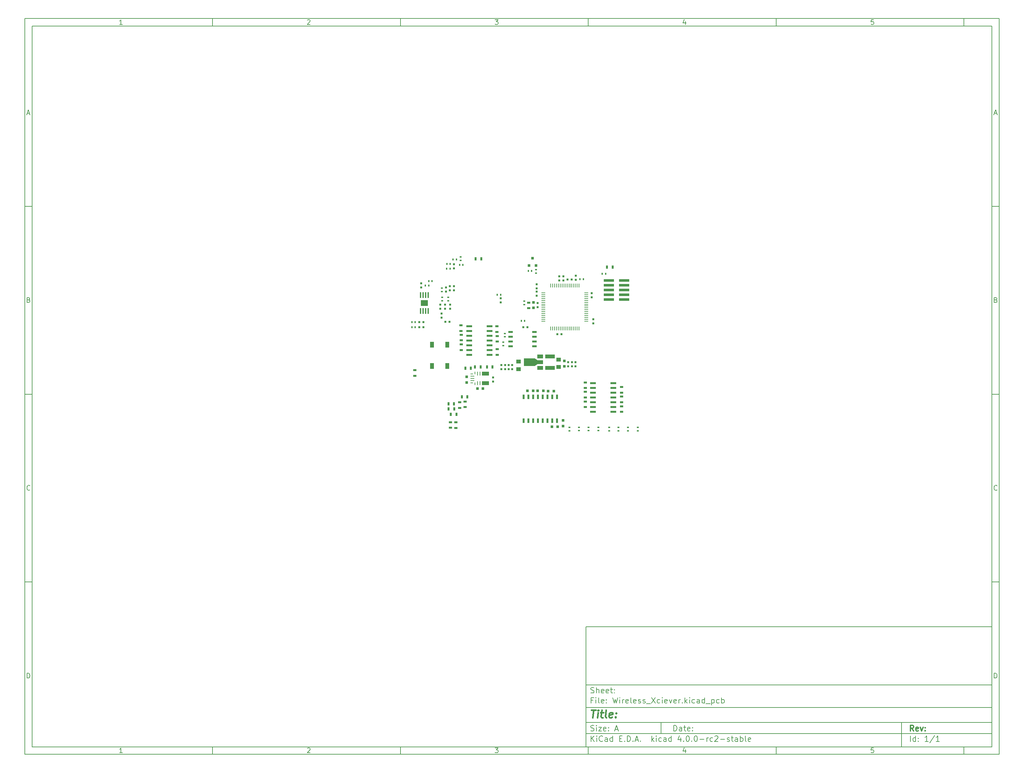
<source format=gbr>
G04 #@! TF.FileFunction,Paste,Top*
%FSLAX46Y46*%
G04 Gerber Fmt 4.6, Leading zero omitted, Abs format (unit mm)*
G04 Created by KiCad (PCBNEW 4.0.0-rc2-stable) date 1/25/2016 6:21:02 PM*
%MOMM*%
G01*
G04 APERTURE LIST*
%ADD10C,0.100000*%
%ADD11C,0.150000*%
%ADD12C,0.300000*%
%ADD13C,0.400000*%
%ADD14R,0.900000X0.500000*%
%ADD15R,0.750000X0.800000*%
%ADD16R,0.500000X0.900000*%
%ADD17R,0.800000X0.200000*%
%ADD18R,1.100000X0.200000*%
%ADD19R,0.250000X1.100000*%
%ADD20R,0.250000X0.800000*%
%ADD21R,0.250000X0.700000*%
%ADD22R,1.950000X1.100000*%
%ADD23R,0.508000X1.143000*%
%ADD24R,1.500000X0.600000*%
%ADD25R,0.800000X0.750000*%
%ADD26R,2.790000X0.740000*%
%ADD27R,0.800100X0.800100*%
%ADD28R,1.000000X0.250000*%
%ADD29R,0.250000X1.000000*%
%ADD30R,2.500000X1.000000*%
%ADD31R,1.501140X1.000760*%
%ADD32R,2.999740X1.998980*%
%ADD33R,0.500000X0.600000*%
%ADD34R,1.250000X1.000000*%
%ADD35R,0.600000X0.500000*%
%ADD36R,0.400000X0.600000*%
%ADD37R,0.600000X0.400000*%
%ADD38R,1.100000X1.500000*%
%ADD39R,1.143000X0.508000*%
%ADD40R,0.350000X1.550000*%
%ADD41R,1.890000X1.570000*%
G04 APERTURE END LIST*
D10*
D11*
X159400000Y-171900000D02*
X159400000Y-203900000D01*
X267400000Y-203900000D01*
X267400000Y-171900000D01*
X159400000Y-171900000D01*
D10*
D11*
X10000000Y-10000000D02*
X10000000Y-205900000D01*
X269400000Y-205900000D01*
X269400000Y-10000000D01*
X10000000Y-10000000D01*
D10*
D11*
X12000000Y-12000000D02*
X12000000Y-203900000D01*
X267400000Y-203900000D01*
X267400000Y-12000000D01*
X12000000Y-12000000D01*
D10*
D11*
X60000000Y-12000000D02*
X60000000Y-10000000D01*
D10*
D11*
X110000000Y-12000000D02*
X110000000Y-10000000D01*
D10*
D11*
X160000000Y-12000000D02*
X160000000Y-10000000D01*
D10*
D11*
X210000000Y-12000000D02*
X210000000Y-10000000D01*
D10*
D11*
X260000000Y-12000000D02*
X260000000Y-10000000D01*
D10*
D11*
X35990476Y-11588095D02*
X35247619Y-11588095D01*
X35619048Y-11588095D02*
X35619048Y-10288095D01*
X35495238Y-10473810D01*
X35371429Y-10597619D01*
X35247619Y-10659524D01*
D10*
D11*
X85247619Y-10411905D02*
X85309524Y-10350000D01*
X85433333Y-10288095D01*
X85742857Y-10288095D01*
X85866667Y-10350000D01*
X85928571Y-10411905D01*
X85990476Y-10535714D01*
X85990476Y-10659524D01*
X85928571Y-10845238D01*
X85185714Y-11588095D01*
X85990476Y-11588095D01*
D10*
D11*
X135185714Y-10288095D02*
X135990476Y-10288095D01*
X135557143Y-10783333D01*
X135742857Y-10783333D01*
X135866667Y-10845238D01*
X135928571Y-10907143D01*
X135990476Y-11030952D01*
X135990476Y-11340476D01*
X135928571Y-11464286D01*
X135866667Y-11526190D01*
X135742857Y-11588095D01*
X135371429Y-11588095D01*
X135247619Y-11526190D01*
X135185714Y-11464286D01*
D10*
D11*
X185866667Y-10721429D02*
X185866667Y-11588095D01*
X185557143Y-10226190D02*
X185247619Y-11154762D01*
X186052381Y-11154762D01*
D10*
D11*
X235928571Y-10288095D02*
X235309524Y-10288095D01*
X235247619Y-10907143D01*
X235309524Y-10845238D01*
X235433333Y-10783333D01*
X235742857Y-10783333D01*
X235866667Y-10845238D01*
X235928571Y-10907143D01*
X235990476Y-11030952D01*
X235990476Y-11340476D01*
X235928571Y-11464286D01*
X235866667Y-11526190D01*
X235742857Y-11588095D01*
X235433333Y-11588095D01*
X235309524Y-11526190D01*
X235247619Y-11464286D01*
D10*
D11*
X60000000Y-203900000D02*
X60000000Y-205900000D01*
D10*
D11*
X110000000Y-203900000D02*
X110000000Y-205900000D01*
D10*
D11*
X160000000Y-203900000D02*
X160000000Y-205900000D01*
D10*
D11*
X210000000Y-203900000D02*
X210000000Y-205900000D01*
D10*
D11*
X260000000Y-203900000D02*
X260000000Y-205900000D01*
D10*
D11*
X35990476Y-205488095D02*
X35247619Y-205488095D01*
X35619048Y-205488095D02*
X35619048Y-204188095D01*
X35495238Y-204373810D01*
X35371429Y-204497619D01*
X35247619Y-204559524D01*
D10*
D11*
X85247619Y-204311905D02*
X85309524Y-204250000D01*
X85433333Y-204188095D01*
X85742857Y-204188095D01*
X85866667Y-204250000D01*
X85928571Y-204311905D01*
X85990476Y-204435714D01*
X85990476Y-204559524D01*
X85928571Y-204745238D01*
X85185714Y-205488095D01*
X85990476Y-205488095D01*
D10*
D11*
X135185714Y-204188095D02*
X135990476Y-204188095D01*
X135557143Y-204683333D01*
X135742857Y-204683333D01*
X135866667Y-204745238D01*
X135928571Y-204807143D01*
X135990476Y-204930952D01*
X135990476Y-205240476D01*
X135928571Y-205364286D01*
X135866667Y-205426190D01*
X135742857Y-205488095D01*
X135371429Y-205488095D01*
X135247619Y-205426190D01*
X135185714Y-205364286D01*
D10*
D11*
X185866667Y-204621429D02*
X185866667Y-205488095D01*
X185557143Y-204126190D02*
X185247619Y-205054762D01*
X186052381Y-205054762D01*
D10*
D11*
X235928571Y-204188095D02*
X235309524Y-204188095D01*
X235247619Y-204807143D01*
X235309524Y-204745238D01*
X235433333Y-204683333D01*
X235742857Y-204683333D01*
X235866667Y-204745238D01*
X235928571Y-204807143D01*
X235990476Y-204930952D01*
X235990476Y-205240476D01*
X235928571Y-205364286D01*
X235866667Y-205426190D01*
X235742857Y-205488095D01*
X235433333Y-205488095D01*
X235309524Y-205426190D01*
X235247619Y-205364286D01*
D10*
D11*
X10000000Y-60000000D02*
X12000000Y-60000000D01*
D10*
D11*
X10000000Y-110000000D02*
X12000000Y-110000000D01*
D10*
D11*
X10000000Y-160000000D02*
X12000000Y-160000000D01*
D10*
D11*
X10690476Y-35216667D02*
X11309524Y-35216667D01*
X10566667Y-35588095D02*
X11000000Y-34288095D01*
X11433333Y-35588095D01*
D10*
D11*
X11092857Y-84907143D02*
X11278571Y-84969048D01*
X11340476Y-85030952D01*
X11402381Y-85154762D01*
X11402381Y-85340476D01*
X11340476Y-85464286D01*
X11278571Y-85526190D01*
X11154762Y-85588095D01*
X10659524Y-85588095D01*
X10659524Y-84288095D01*
X11092857Y-84288095D01*
X11216667Y-84350000D01*
X11278571Y-84411905D01*
X11340476Y-84535714D01*
X11340476Y-84659524D01*
X11278571Y-84783333D01*
X11216667Y-84845238D01*
X11092857Y-84907143D01*
X10659524Y-84907143D01*
D10*
D11*
X11402381Y-135464286D02*
X11340476Y-135526190D01*
X11154762Y-135588095D01*
X11030952Y-135588095D01*
X10845238Y-135526190D01*
X10721429Y-135402381D01*
X10659524Y-135278571D01*
X10597619Y-135030952D01*
X10597619Y-134845238D01*
X10659524Y-134597619D01*
X10721429Y-134473810D01*
X10845238Y-134350000D01*
X11030952Y-134288095D01*
X11154762Y-134288095D01*
X11340476Y-134350000D01*
X11402381Y-134411905D01*
D10*
D11*
X10659524Y-185588095D02*
X10659524Y-184288095D01*
X10969048Y-184288095D01*
X11154762Y-184350000D01*
X11278571Y-184473810D01*
X11340476Y-184597619D01*
X11402381Y-184845238D01*
X11402381Y-185030952D01*
X11340476Y-185278571D01*
X11278571Y-185402381D01*
X11154762Y-185526190D01*
X10969048Y-185588095D01*
X10659524Y-185588095D01*
D10*
D11*
X269400000Y-60000000D02*
X267400000Y-60000000D01*
D10*
D11*
X269400000Y-110000000D02*
X267400000Y-110000000D01*
D10*
D11*
X269400000Y-160000000D02*
X267400000Y-160000000D01*
D10*
D11*
X268090476Y-35216667D02*
X268709524Y-35216667D01*
X267966667Y-35588095D02*
X268400000Y-34288095D01*
X268833333Y-35588095D01*
D10*
D11*
X268492857Y-84907143D02*
X268678571Y-84969048D01*
X268740476Y-85030952D01*
X268802381Y-85154762D01*
X268802381Y-85340476D01*
X268740476Y-85464286D01*
X268678571Y-85526190D01*
X268554762Y-85588095D01*
X268059524Y-85588095D01*
X268059524Y-84288095D01*
X268492857Y-84288095D01*
X268616667Y-84350000D01*
X268678571Y-84411905D01*
X268740476Y-84535714D01*
X268740476Y-84659524D01*
X268678571Y-84783333D01*
X268616667Y-84845238D01*
X268492857Y-84907143D01*
X268059524Y-84907143D01*
D10*
D11*
X268802381Y-135464286D02*
X268740476Y-135526190D01*
X268554762Y-135588095D01*
X268430952Y-135588095D01*
X268245238Y-135526190D01*
X268121429Y-135402381D01*
X268059524Y-135278571D01*
X267997619Y-135030952D01*
X267997619Y-134845238D01*
X268059524Y-134597619D01*
X268121429Y-134473810D01*
X268245238Y-134350000D01*
X268430952Y-134288095D01*
X268554762Y-134288095D01*
X268740476Y-134350000D01*
X268802381Y-134411905D01*
D10*
D11*
X268059524Y-185588095D02*
X268059524Y-184288095D01*
X268369048Y-184288095D01*
X268554762Y-184350000D01*
X268678571Y-184473810D01*
X268740476Y-184597619D01*
X268802381Y-184845238D01*
X268802381Y-185030952D01*
X268740476Y-185278571D01*
X268678571Y-185402381D01*
X268554762Y-185526190D01*
X268369048Y-185588095D01*
X268059524Y-185588095D01*
D10*
D11*
X182757143Y-199678571D02*
X182757143Y-198178571D01*
X183114286Y-198178571D01*
X183328571Y-198250000D01*
X183471429Y-198392857D01*
X183542857Y-198535714D01*
X183614286Y-198821429D01*
X183614286Y-199035714D01*
X183542857Y-199321429D01*
X183471429Y-199464286D01*
X183328571Y-199607143D01*
X183114286Y-199678571D01*
X182757143Y-199678571D01*
X184900000Y-199678571D02*
X184900000Y-198892857D01*
X184828571Y-198750000D01*
X184685714Y-198678571D01*
X184400000Y-198678571D01*
X184257143Y-198750000D01*
X184900000Y-199607143D02*
X184757143Y-199678571D01*
X184400000Y-199678571D01*
X184257143Y-199607143D01*
X184185714Y-199464286D01*
X184185714Y-199321429D01*
X184257143Y-199178571D01*
X184400000Y-199107143D01*
X184757143Y-199107143D01*
X184900000Y-199035714D01*
X185400000Y-198678571D02*
X185971429Y-198678571D01*
X185614286Y-198178571D02*
X185614286Y-199464286D01*
X185685714Y-199607143D01*
X185828572Y-199678571D01*
X185971429Y-199678571D01*
X187042857Y-199607143D02*
X186900000Y-199678571D01*
X186614286Y-199678571D01*
X186471429Y-199607143D01*
X186400000Y-199464286D01*
X186400000Y-198892857D01*
X186471429Y-198750000D01*
X186614286Y-198678571D01*
X186900000Y-198678571D01*
X187042857Y-198750000D01*
X187114286Y-198892857D01*
X187114286Y-199035714D01*
X186400000Y-199178571D01*
X187757143Y-199535714D02*
X187828571Y-199607143D01*
X187757143Y-199678571D01*
X187685714Y-199607143D01*
X187757143Y-199535714D01*
X187757143Y-199678571D01*
X187757143Y-198750000D02*
X187828571Y-198821429D01*
X187757143Y-198892857D01*
X187685714Y-198821429D01*
X187757143Y-198750000D01*
X187757143Y-198892857D01*
D10*
D11*
X159400000Y-200400000D02*
X267400000Y-200400000D01*
D10*
D11*
X160757143Y-202478571D02*
X160757143Y-200978571D01*
X161614286Y-202478571D02*
X160971429Y-201621429D01*
X161614286Y-200978571D02*
X160757143Y-201835714D01*
X162257143Y-202478571D02*
X162257143Y-201478571D01*
X162257143Y-200978571D02*
X162185714Y-201050000D01*
X162257143Y-201121429D01*
X162328571Y-201050000D01*
X162257143Y-200978571D01*
X162257143Y-201121429D01*
X163828572Y-202335714D02*
X163757143Y-202407143D01*
X163542857Y-202478571D01*
X163400000Y-202478571D01*
X163185715Y-202407143D01*
X163042857Y-202264286D01*
X162971429Y-202121429D01*
X162900000Y-201835714D01*
X162900000Y-201621429D01*
X162971429Y-201335714D01*
X163042857Y-201192857D01*
X163185715Y-201050000D01*
X163400000Y-200978571D01*
X163542857Y-200978571D01*
X163757143Y-201050000D01*
X163828572Y-201121429D01*
X165114286Y-202478571D02*
X165114286Y-201692857D01*
X165042857Y-201550000D01*
X164900000Y-201478571D01*
X164614286Y-201478571D01*
X164471429Y-201550000D01*
X165114286Y-202407143D02*
X164971429Y-202478571D01*
X164614286Y-202478571D01*
X164471429Y-202407143D01*
X164400000Y-202264286D01*
X164400000Y-202121429D01*
X164471429Y-201978571D01*
X164614286Y-201907143D01*
X164971429Y-201907143D01*
X165114286Y-201835714D01*
X166471429Y-202478571D02*
X166471429Y-200978571D01*
X166471429Y-202407143D02*
X166328572Y-202478571D01*
X166042858Y-202478571D01*
X165900000Y-202407143D01*
X165828572Y-202335714D01*
X165757143Y-202192857D01*
X165757143Y-201764286D01*
X165828572Y-201621429D01*
X165900000Y-201550000D01*
X166042858Y-201478571D01*
X166328572Y-201478571D01*
X166471429Y-201550000D01*
X168328572Y-201692857D02*
X168828572Y-201692857D01*
X169042858Y-202478571D02*
X168328572Y-202478571D01*
X168328572Y-200978571D01*
X169042858Y-200978571D01*
X169685715Y-202335714D02*
X169757143Y-202407143D01*
X169685715Y-202478571D01*
X169614286Y-202407143D01*
X169685715Y-202335714D01*
X169685715Y-202478571D01*
X170400001Y-202478571D02*
X170400001Y-200978571D01*
X170757144Y-200978571D01*
X170971429Y-201050000D01*
X171114287Y-201192857D01*
X171185715Y-201335714D01*
X171257144Y-201621429D01*
X171257144Y-201835714D01*
X171185715Y-202121429D01*
X171114287Y-202264286D01*
X170971429Y-202407143D01*
X170757144Y-202478571D01*
X170400001Y-202478571D01*
X171900001Y-202335714D02*
X171971429Y-202407143D01*
X171900001Y-202478571D01*
X171828572Y-202407143D01*
X171900001Y-202335714D01*
X171900001Y-202478571D01*
X172542858Y-202050000D02*
X173257144Y-202050000D01*
X172400001Y-202478571D02*
X172900001Y-200978571D01*
X173400001Y-202478571D01*
X173900001Y-202335714D02*
X173971429Y-202407143D01*
X173900001Y-202478571D01*
X173828572Y-202407143D01*
X173900001Y-202335714D01*
X173900001Y-202478571D01*
X176900001Y-202478571D02*
X176900001Y-200978571D01*
X177042858Y-201907143D02*
X177471429Y-202478571D01*
X177471429Y-201478571D02*
X176900001Y-202050000D01*
X178114287Y-202478571D02*
X178114287Y-201478571D01*
X178114287Y-200978571D02*
X178042858Y-201050000D01*
X178114287Y-201121429D01*
X178185715Y-201050000D01*
X178114287Y-200978571D01*
X178114287Y-201121429D01*
X179471430Y-202407143D02*
X179328573Y-202478571D01*
X179042859Y-202478571D01*
X178900001Y-202407143D01*
X178828573Y-202335714D01*
X178757144Y-202192857D01*
X178757144Y-201764286D01*
X178828573Y-201621429D01*
X178900001Y-201550000D01*
X179042859Y-201478571D01*
X179328573Y-201478571D01*
X179471430Y-201550000D01*
X180757144Y-202478571D02*
X180757144Y-201692857D01*
X180685715Y-201550000D01*
X180542858Y-201478571D01*
X180257144Y-201478571D01*
X180114287Y-201550000D01*
X180757144Y-202407143D02*
X180614287Y-202478571D01*
X180257144Y-202478571D01*
X180114287Y-202407143D01*
X180042858Y-202264286D01*
X180042858Y-202121429D01*
X180114287Y-201978571D01*
X180257144Y-201907143D01*
X180614287Y-201907143D01*
X180757144Y-201835714D01*
X182114287Y-202478571D02*
X182114287Y-200978571D01*
X182114287Y-202407143D02*
X181971430Y-202478571D01*
X181685716Y-202478571D01*
X181542858Y-202407143D01*
X181471430Y-202335714D01*
X181400001Y-202192857D01*
X181400001Y-201764286D01*
X181471430Y-201621429D01*
X181542858Y-201550000D01*
X181685716Y-201478571D01*
X181971430Y-201478571D01*
X182114287Y-201550000D01*
X184614287Y-201478571D02*
X184614287Y-202478571D01*
X184257144Y-200907143D02*
X183900001Y-201978571D01*
X184828573Y-201978571D01*
X185400001Y-202335714D02*
X185471429Y-202407143D01*
X185400001Y-202478571D01*
X185328572Y-202407143D01*
X185400001Y-202335714D01*
X185400001Y-202478571D01*
X186400001Y-200978571D02*
X186542858Y-200978571D01*
X186685715Y-201050000D01*
X186757144Y-201121429D01*
X186828573Y-201264286D01*
X186900001Y-201550000D01*
X186900001Y-201907143D01*
X186828573Y-202192857D01*
X186757144Y-202335714D01*
X186685715Y-202407143D01*
X186542858Y-202478571D01*
X186400001Y-202478571D01*
X186257144Y-202407143D01*
X186185715Y-202335714D01*
X186114287Y-202192857D01*
X186042858Y-201907143D01*
X186042858Y-201550000D01*
X186114287Y-201264286D01*
X186185715Y-201121429D01*
X186257144Y-201050000D01*
X186400001Y-200978571D01*
X187542858Y-202335714D02*
X187614286Y-202407143D01*
X187542858Y-202478571D01*
X187471429Y-202407143D01*
X187542858Y-202335714D01*
X187542858Y-202478571D01*
X188542858Y-200978571D02*
X188685715Y-200978571D01*
X188828572Y-201050000D01*
X188900001Y-201121429D01*
X188971430Y-201264286D01*
X189042858Y-201550000D01*
X189042858Y-201907143D01*
X188971430Y-202192857D01*
X188900001Y-202335714D01*
X188828572Y-202407143D01*
X188685715Y-202478571D01*
X188542858Y-202478571D01*
X188400001Y-202407143D01*
X188328572Y-202335714D01*
X188257144Y-202192857D01*
X188185715Y-201907143D01*
X188185715Y-201550000D01*
X188257144Y-201264286D01*
X188328572Y-201121429D01*
X188400001Y-201050000D01*
X188542858Y-200978571D01*
X189685715Y-201907143D02*
X190828572Y-201907143D01*
X191542858Y-202478571D02*
X191542858Y-201478571D01*
X191542858Y-201764286D02*
X191614286Y-201621429D01*
X191685715Y-201550000D01*
X191828572Y-201478571D01*
X191971429Y-201478571D01*
X193114286Y-202407143D02*
X192971429Y-202478571D01*
X192685715Y-202478571D01*
X192542857Y-202407143D01*
X192471429Y-202335714D01*
X192400000Y-202192857D01*
X192400000Y-201764286D01*
X192471429Y-201621429D01*
X192542857Y-201550000D01*
X192685715Y-201478571D01*
X192971429Y-201478571D01*
X193114286Y-201550000D01*
X193685714Y-201121429D02*
X193757143Y-201050000D01*
X193900000Y-200978571D01*
X194257143Y-200978571D01*
X194400000Y-201050000D01*
X194471429Y-201121429D01*
X194542857Y-201264286D01*
X194542857Y-201407143D01*
X194471429Y-201621429D01*
X193614286Y-202478571D01*
X194542857Y-202478571D01*
X195185714Y-201907143D02*
X196328571Y-201907143D01*
X196971428Y-202407143D02*
X197114285Y-202478571D01*
X197400000Y-202478571D01*
X197542857Y-202407143D01*
X197614285Y-202264286D01*
X197614285Y-202192857D01*
X197542857Y-202050000D01*
X197400000Y-201978571D01*
X197185714Y-201978571D01*
X197042857Y-201907143D01*
X196971428Y-201764286D01*
X196971428Y-201692857D01*
X197042857Y-201550000D01*
X197185714Y-201478571D01*
X197400000Y-201478571D01*
X197542857Y-201550000D01*
X198042857Y-201478571D02*
X198614286Y-201478571D01*
X198257143Y-200978571D02*
X198257143Y-202264286D01*
X198328571Y-202407143D01*
X198471429Y-202478571D01*
X198614286Y-202478571D01*
X199757143Y-202478571D02*
X199757143Y-201692857D01*
X199685714Y-201550000D01*
X199542857Y-201478571D01*
X199257143Y-201478571D01*
X199114286Y-201550000D01*
X199757143Y-202407143D02*
X199614286Y-202478571D01*
X199257143Y-202478571D01*
X199114286Y-202407143D01*
X199042857Y-202264286D01*
X199042857Y-202121429D01*
X199114286Y-201978571D01*
X199257143Y-201907143D01*
X199614286Y-201907143D01*
X199757143Y-201835714D01*
X200471429Y-202478571D02*
X200471429Y-200978571D01*
X200471429Y-201550000D02*
X200614286Y-201478571D01*
X200900000Y-201478571D01*
X201042857Y-201550000D01*
X201114286Y-201621429D01*
X201185715Y-201764286D01*
X201185715Y-202192857D01*
X201114286Y-202335714D01*
X201042857Y-202407143D01*
X200900000Y-202478571D01*
X200614286Y-202478571D01*
X200471429Y-202407143D01*
X202042858Y-202478571D02*
X201900000Y-202407143D01*
X201828572Y-202264286D01*
X201828572Y-200978571D01*
X203185714Y-202407143D02*
X203042857Y-202478571D01*
X202757143Y-202478571D01*
X202614286Y-202407143D01*
X202542857Y-202264286D01*
X202542857Y-201692857D01*
X202614286Y-201550000D01*
X202757143Y-201478571D01*
X203042857Y-201478571D01*
X203185714Y-201550000D01*
X203257143Y-201692857D01*
X203257143Y-201835714D01*
X202542857Y-201978571D01*
D10*
D11*
X159400000Y-197400000D02*
X267400000Y-197400000D01*
D10*
D12*
X246614286Y-199678571D02*
X246114286Y-198964286D01*
X245757143Y-199678571D02*
X245757143Y-198178571D01*
X246328571Y-198178571D01*
X246471429Y-198250000D01*
X246542857Y-198321429D01*
X246614286Y-198464286D01*
X246614286Y-198678571D01*
X246542857Y-198821429D01*
X246471429Y-198892857D01*
X246328571Y-198964286D01*
X245757143Y-198964286D01*
X247828571Y-199607143D02*
X247685714Y-199678571D01*
X247400000Y-199678571D01*
X247257143Y-199607143D01*
X247185714Y-199464286D01*
X247185714Y-198892857D01*
X247257143Y-198750000D01*
X247400000Y-198678571D01*
X247685714Y-198678571D01*
X247828571Y-198750000D01*
X247900000Y-198892857D01*
X247900000Y-199035714D01*
X247185714Y-199178571D01*
X248400000Y-198678571D02*
X248757143Y-199678571D01*
X249114285Y-198678571D01*
X249685714Y-199535714D02*
X249757142Y-199607143D01*
X249685714Y-199678571D01*
X249614285Y-199607143D01*
X249685714Y-199535714D01*
X249685714Y-199678571D01*
X249685714Y-198750000D02*
X249757142Y-198821429D01*
X249685714Y-198892857D01*
X249614285Y-198821429D01*
X249685714Y-198750000D01*
X249685714Y-198892857D01*
D10*
D11*
X160685714Y-199607143D02*
X160900000Y-199678571D01*
X161257143Y-199678571D01*
X161400000Y-199607143D01*
X161471429Y-199535714D01*
X161542857Y-199392857D01*
X161542857Y-199250000D01*
X161471429Y-199107143D01*
X161400000Y-199035714D01*
X161257143Y-198964286D01*
X160971429Y-198892857D01*
X160828571Y-198821429D01*
X160757143Y-198750000D01*
X160685714Y-198607143D01*
X160685714Y-198464286D01*
X160757143Y-198321429D01*
X160828571Y-198250000D01*
X160971429Y-198178571D01*
X161328571Y-198178571D01*
X161542857Y-198250000D01*
X162185714Y-199678571D02*
X162185714Y-198678571D01*
X162185714Y-198178571D02*
X162114285Y-198250000D01*
X162185714Y-198321429D01*
X162257142Y-198250000D01*
X162185714Y-198178571D01*
X162185714Y-198321429D01*
X162757143Y-198678571D02*
X163542857Y-198678571D01*
X162757143Y-199678571D01*
X163542857Y-199678571D01*
X164685714Y-199607143D02*
X164542857Y-199678571D01*
X164257143Y-199678571D01*
X164114286Y-199607143D01*
X164042857Y-199464286D01*
X164042857Y-198892857D01*
X164114286Y-198750000D01*
X164257143Y-198678571D01*
X164542857Y-198678571D01*
X164685714Y-198750000D01*
X164757143Y-198892857D01*
X164757143Y-199035714D01*
X164042857Y-199178571D01*
X165400000Y-199535714D02*
X165471428Y-199607143D01*
X165400000Y-199678571D01*
X165328571Y-199607143D01*
X165400000Y-199535714D01*
X165400000Y-199678571D01*
X165400000Y-198750000D02*
X165471428Y-198821429D01*
X165400000Y-198892857D01*
X165328571Y-198821429D01*
X165400000Y-198750000D01*
X165400000Y-198892857D01*
X167185714Y-199250000D02*
X167900000Y-199250000D01*
X167042857Y-199678571D02*
X167542857Y-198178571D01*
X168042857Y-199678571D01*
D10*
D11*
X245757143Y-202478571D02*
X245757143Y-200978571D01*
X247114286Y-202478571D02*
X247114286Y-200978571D01*
X247114286Y-202407143D02*
X246971429Y-202478571D01*
X246685715Y-202478571D01*
X246542857Y-202407143D01*
X246471429Y-202335714D01*
X246400000Y-202192857D01*
X246400000Y-201764286D01*
X246471429Y-201621429D01*
X246542857Y-201550000D01*
X246685715Y-201478571D01*
X246971429Y-201478571D01*
X247114286Y-201550000D01*
X247828572Y-202335714D02*
X247900000Y-202407143D01*
X247828572Y-202478571D01*
X247757143Y-202407143D01*
X247828572Y-202335714D01*
X247828572Y-202478571D01*
X247828572Y-201550000D02*
X247900000Y-201621429D01*
X247828572Y-201692857D01*
X247757143Y-201621429D01*
X247828572Y-201550000D01*
X247828572Y-201692857D01*
X250471429Y-202478571D02*
X249614286Y-202478571D01*
X250042858Y-202478571D02*
X250042858Y-200978571D01*
X249900001Y-201192857D01*
X249757143Y-201335714D01*
X249614286Y-201407143D01*
X252185714Y-200907143D02*
X250900000Y-202835714D01*
X253471429Y-202478571D02*
X252614286Y-202478571D01*
X253042858Y-202478571D02*
X253042858Y-200978571D01*
X252900001Y-201192857D01*
X252757143Y-201335714D01*
X252614286Y-201407143D01*
D10*
D11*
X159400000Y-193400000D02*
X267400000Y-193400000D01*
D10*
D13*
X160852381Y-194104762D02*
X161995238Y-194104762D01*
X161173810Y-196104762D02*
X161423810Y-194104762D01*
X162411905Y-196104762D02*
X162578571Y-194771429D01*
X162661905Y-194104762D02*
X162554762Y-194200000D01*
X162638095Y-194295238D01*
X162745239Y-194200000D01*
X162661905Y-194104762D01*
X162638095Y-194295238D01*
X163245238Y-194771429D02*
X164007143Y-194771429D01*
X163614286Y-194104762D02*
X163400000Y-195819048D01*
X163471430Y-196009524D01*
X163650001Y-196104762D01*
X163840477Y-196104762D01*
X164792858Y-196104762D02*
X164614287Y-196009524D01*
X164542857Y-195819048D01*
X164757143Y-194104762D01*
X166328572Y-196009524D02*
X166126191Y-196104762D01*
X165745239Y-196104762D01*
X165566667Y-196009524D01*
X165495238Y-195819048D01*
X165590476Y-195057143D01*
X165709524Y-194866667D01*
X165911905Y-194771429D01*
X166292857Y-194771429D01*
X166471429Y-194866667D01*
X166542857Y-195057143D01*
X166519048Y-195247619D01*
X165542857Y-195438095D01*
X167292857Y-195914286D02*
X167376192Y-196009524D01*
X167269048Y-196104762D01*
X167185715Y-196009524D01*
X167292857Y-195914286D01*
X167269048Y-196104762D01*
X167423810Y-194866667D02*
X167507144Y-194961905D01*
X167400000Y-195057143D01*
X167316667Y-194961905D01*
X167423810Y-194866667D01*
X167400000Y-195057143D01*
D10*
D11*
X161257143Y-191492857D02*
X160757143Y-191492857D01*
X160757143Y-192278571D02*
X160757143Y-190778571D01*
X161471429Y-190778571D01*
X162042857Y-192278571D02*
X162042857Y-191278571D01*
X162042857Y-190778571D02*
X161971428Y-190850000D01*
X162042857Y-190921429D01*
X162114285Y-190850000D01*
X162042857Y-190778571D01*
X162042857Y-190921429D01*
X162971429Y-192278571D02*
X162828571Y-192207143D01*
X162757143Y-192064286D01*
X162757143Y-190778571D01*
X164114285Y-192207143D02*
X163971428Y-192278571D01*
X163685714Y-192278571D01*
X163542857Y-192207143D01*
X163471428Y-192064286D01*
X163471428Y-191492857D01*
X163542857Y-191350000D01*
X163685714Y-191278571D01*
X163971428Y-191278571D01*
X164114285Y-191350000D01*
X164185714Y-191492857D01*
X164185714Y-191635714D01*
X163471428Y-191778571D01*
X164828571Y-192135714D02*
X164899999Y-192207143D01*
X164828571Y-192278571D01*
X164757142Y-192207143D01*
X164828571Y-192135714D01*
X164828571Y-192278571D01*
X164828571Y-191350000D02*
X164899999Y-191421429D01*
X164828571Y-191492857D01*
X164757142Y-191421429D01*
X164828571Y-191350000D01*
X164828571Y-191492857D01*
X166542857Y-190778571D02*
X166900000Y-192278571D01*
X167185714Y-191207143D01*
X167471428Y-192278571D01*
X167828571Y-190778571D01*
X168400000Y-192278571D02*
X168400000Y-191278571D01*
X168400000Y-190778571D02*
X168328571Y-190850000D01*
X168400000Y-190921429D01*
X168471428Y-190850000D01*
X168400000Y-190778571D01*
X168400000Y-190921429D01*
X169114286Y-192278571D02*
X169114286Y-191278571D01*
X169114286Y-191564286D02*
X169185714Y-191421429D01*
X169257143Y-191350000D01*
X169400000Y-191278571D01*
X169542857Y-191278571D01*
X170614285Y-192207143D02*
X170471428Y-192278571D01*
X170185714Y-192278571D01*
X170042857Y-192207143D01*
X169971428Y-192064286D01*
X169971428Y-191492857D01*
X170042857Y-191350000D01*
X170185714Y-191278571D01*
X170471428Y-191278571D01*
X170614285Y-191350000D01*
X170685714Y-191492857D01*
X170685714Y-191635714D01*
X169971428Y-191778571D01*
X171542857Y-192278571D02*
X171399999Y-192207143D01*
X171328571Y-192064286D01*
X171328571Y-190778571D01*
X172685713Y-192207143D02*
X172542856Y-192278571D01*
X172257142Y-192278571D01*
X172114285Y-192207143D01*
X172042856Y-192064286D01*
X172042856Y-191492857D01*
X172114285Y-191350000D01*
X172257142Y-191278571D01*
X172542856Y-191278571D01*
X172685713Y-191350000D01*
X172757142Y-191492857D01*
X172757142Y-191635714D01*
X172042856Y-191778571D01*
X173328570Y-192207143D02*
X173471427Y-192278571D01*
X173757142Y-192278571D01*
X173899999Y-192207143D01*
X173971427Y-192064286D01*
X173971427Y-191992857D01*
X173899999Y-191850000D01*
X173757142Y-191778571D01*
X173542856Y-191778571D01*
X173399999Y-191707143D01*
X173328570Y-191564286D01*
X173328570Y-191492857D01*
X173399999Y-191350000D01*
X173542856Y-191278571D01*
X173757142Y-191278571D01*
X173899999Y-191350000D01*
X174542856Y-192207143D02*
X174685713Y-192278571D01*
X174971428Y-192278571D01*
X175114285Y-192207143D01*
X175185713Y-192064286D01*
X175185713Y-191992857D01*
X175114285Y-191850000D01*
X174971428Y-191778571D01*
X174757142Y-191778571D01*
X174614285Y-191707143D01*
X174542856Y-191564286D01*
X174542856Y-191492857D01*
X174614285Y-191350000D01*
X174757142Y-191278571D01*
X174971428Y-191278571D01*
X175114285Y-191350000D01*
X175471428Y-192421429D02*
X176614285Y-192421429D01*
X176828571Y-190778571D02*
X177828571Y-192278571D01*
X177828571Y-190778571D02*
X176828571Y-192278571D01*
X179042856Y-192207143D02*
X178899999Y-192278571D01*
X178614285Y-192278571D01*
X178471427Y-192207143D01*
X178399999Y-192135714D01*
X178328570Y-191992857D01*
X178328570Y-191564286D01*
X178399999Y-191421429D01*
X178471427Y-191350000D01*
X178614285Y-191278571D01*
X178899999Y-191278571D01*
X179042856Y-191350000D01*
X179685713Y-192278571D02*
X179685713Y-191278571D01*
X179685713Y-190778571D02*
X179614284Y-190850000D01*
X179685713Y-190921429D01*
X179757141Y-190850000D01*
X179685713Y-190778571D01*
X179685713Y-190921429D01*
X180971427Y-192207143D02*
X180828570Y-192278571D01*
X180542856Y-192278571D01*
X180399999Y-192207143D01*
X180328570Y-192064286D01*
X180328570Y-191492857D01*
X180399999Y-191350000D01*
X180542856Y-191278571D01*
X180828570Y-191278571D01*
X180971427Y-191350000D01*
X181042856Y-191492857D01*
X181042856Y-191635714D01*
X180328570Y-191778571D01*
X181542856Y-191278571D02*
X181899999Y-192278571D01*
X182257141Y-191278571D01*
X183399998Y-192207143D02*
X183257141Y-192278571D01*
X182971427Y-192278571D01*
X182828570Y-192207143D01*
X182757141Y-192064286D01*
X182757141Y-191492857D01*
X182828570Y-191350000D01*
X182971427Y-191278571D01*
X183257141Y-191278571D01*
X183399998Y-191350000D01*
X183471427Y-191492857D01*
X183471427Y-191635714D01*
X182757141Y-191778571D01*
X184114284Y-192278571D02*
X184114284Y-191278571D01*
X184114284Y-191564286D02*
X184185712Y-191421429D01*
X184257141Y-191350000D01*
X184399998Y-191278571D01*
X184542855Y-191278571D01*
X185042855Y-192135714D02*
X185114283Y-192207143D01*
X185042855Y-192278571D01*
X184971426Y-192207143D01*
X185042855Y-192135714D01*
X185042855Y-192278571D01*
X185757141Y-192278571D02*
X185757141Y-190778571D01*
X185899998Y-191707143D02*
X186328569Y-192278571D01*
X186328569Y-191278571D02*
X185757141Y-191850000D01*
X186971427Y-192278571D02*
X186971427Y-191278571D01*
X186971427Y-190778571D02*
X186899998Y-190850000D01*
X186971427Y-190921429D01*
X187042855Y-190850000D01*
X186971427Y-190778571D01*
X186971427Y-190921429D01*
X188328570Y-192207143D02*
X188185713Y-192278571D01*
X187899999Y-192278571D01*
X187757141Y-192207143D01*
X187685713Y-192135714D01*
X187614284Y-191992857D01*
X187614284Y-191564286D01*
X187685713Y-191421429D01*
X187757141Y-191350000D01*
X187899999Y-191278571D01*
X188185713Y-191278571D01*
X188328570Y-191350000D01*
X189614284Y-192278571D02*
X189614284Y-191492857D01*
X189542855Y-191350000D01*
X189399998Y-191278571D01*
X189114284Y-191278571D01*
X188971427Y-191350000D01*
X189614284Y-192207143D02*
X189471427Y-192278571D01*
X189114284Y-192278571D01*
X188971427Y-192207143D01*
X188899998Y-192064286D01*
X188899998Y-191921429D01*
X188971427Y-191778571D01*
X189114284Y-191707143D01*
X189471427Y-191707143D01*
X189614284Y-191635714D01*
X190971427Y-192278571D02*
X190971427Y-190778571D01*
X190971427Y-192207143D02*
X190828570Y-192278571D01*
X190542856Y-192278571D01*
X190399998Y-192207143D01*
X190328570Y-192135714D01*
X190257141Y-191992857D01*
X190257141Y-191564286D01*
X190328570Y-191421429D01*
X190399998Y-191350000D01*
X190542856Y-191278571D01*
X190828570Y-191278571D01*
X190971427Y-191350000D01*
X191328570Y-192421429D02*
X192471427Y-192421429D01*
X192828570Y-191278571D02*
X192828570Y-192778571D01*
X192828570Y-191350000D02*
X192971427Y-191278571D01*
X193257141Y-191278571D01*
X193399998Y-191350000D01*
X193471427Y-191421429D01*
X193542856Y-191564286D01*
X193542856Y-191992857D01*
X193471427Y-192135714D01*
X193399998Y-192207143D01*
X193257141Y-192278571D01*
X192971427Y-192278571D01*
X192828570Y-192207143D01*
X194828570Y-192207143D02*
X194685713Y-192278571D01*
X194399999Y-192278571D01*
X194257141Y-192207143D01*
X194185713Y-192135714D01*
X194114284Y-191992857D01*
X194114284Y-191564286D01*
X194185713Y-191421429D01*
X194257141Y-191350000D01*
X194399999Y-191278571D01*
X194685713Y-191278571D01*
X194828570Y-191350000D01*
X195471427Y-192278571D02*
X195471427Y-190778571D01*
X195471427Y-191350000D02*
X195614284Y-191278571D01*
X195899998Y-191278571D01*
X196042855Y-191350000D01*
X196114284Y-191421429D01*
X196185713Y-191564286D01*
X196185713Y-191992857D01*
X196114284Y-192135714D01*
X196042855Y-192207143D01*
X195899998Y-192278571D01*
X195614284Y-192278571D01*
X195471427Y-192207143D01*
D10*
D11*
X159400000Y-187400000D02*
X267400000Y-187400000D01*
D10*
D11*
X160685714Y-189507143D02*
X160900000Y-189578571D01*
X161257143Y-189578571D01*
X161400000Y-189507143D01*
X161471429Y-189435714D01*
X161542857Y-189292857D01*
X161542857Y-189150000D01*
X161471429Y-189007143D01*
X161400000Y-188935714D01*
X161257143Y-188864286D01*
X160971429Y-188792857D01*
X160828571Y-188721429D01*
X160757143Y-188650000D01*
X160685714Y-188507143D01*
X160685714Y-188364286D01*
X160757143Y-188221429D01*
X160828571Y-188150000D01*
X160971429Y-188078571D01*
X161328571Y-188078571D01*
X161542857Y-188150000D01*
X162185714Y-189578571D02*
X162185714Y-188078571D01*
X162828571Y-189578571D02*
X162828571Y-188792857D01*
X162757142Y-188650000D01*
X162614285Y-188578571D01*
X162400000Y-188578571D01*
X162257142Y-188650000D01*
X162185714Y-188721429D01*
X164114285Y-189507143D02*
X163971428Y-189578571D01*
X163685714Y-189578571D01*
X163542857Y-189507143D01*
X163471428Y-189364286D01*
X163471428Y-188792857D01*
X163542857Y-188650000D01*
X163685714Y-188578571D01*
X163971428Y-188578571D01*
X164114285Y-188650000D01*
X164185714Y-188792857D01*
X164185714Y-188935714D01*
X163471428Y-189078571D01*
X165399999Y-189507143D02*
X165257142Y-189578571D01*
X164971428Y-189578571D01*
X164828571Y-189507143D01*
X164757142Y-189364286D01*
X164757142Y-188792857D01*
X164828571Y-188650000D01*
X164971428Y-188578571D01*
X165257142Y-188578571D01*
X165399999Y-188650000D01*
X165471428Y-188792857D01*
X165471428Y-188935714D01*
X164757142Y-189078571D01*
X165899999Y-188578571D02*
X166471428Y-188578571D01*
X166114285Y-188078571D02*
X166114285Y-189364286D01*
X166185713Y-189507143D01*
X166328571Y-189578571D01*
X166471428Y-189578571D01*
X166971428Y-189435714D02*
X167042856Y-189507143D01*
X166971428Y-189578571D01*
X166899999Y-189507143D01*
X166971428Y-189435714D01*
X166971428Y-189578571D01*
X166971428Y-188650000D02*
X167042856Y-188721429D01*
X166971428Y-188792857D01*
X166899999Y-188721429D01*
X166971428Y-188650000D01*
X166971428Y-188792857D01*
D10*
D11*
X179400000Y-197400000D02*
X179400000Y-200400000D01*
D10*
D11*
X243400000Y-197400000D02*
X243400000Y-203900000D01*
D14*
X144180000Y-87120000D03*
X144180000Y-85620000D03*
X135705000Y-93445000D03*
X135705000Y-91945000D03*
X126155000Y-93195000D03*
X126155000Y-91695000D03*
X126230000Y-95670000D03*
X126230000Y-94170000D03*
X126205000Y-98245000D03*
X126205000Y-96745000D03*
X135730000Y-96020000D03*
X135730000Y-94520000D03*
D15*
X127641765Y-105399591D03*
X127641765Y-106899591D03*
D16*
X128780000Y-103095000D03*
X127280000Y-103095000D03*
X131349843Y-102744269D03*
X129849843Y-102744269D03*
X133030000Y-102795000D03*
X134530000Y-102795000D03*
D17*
X129009843Y-107014269D03*
X129009843Y-104614269D03*
D18*
X129159843Y-106414269D03*
X129159843Y-105814269D03*
X129159843Y-105214269D03*
D19*
X130509843Y-107064269D03*
X131159843Y-107064269D03*
X130509843Y-104564269D03*
X131159843Y-104564269D03*
D20*
X129859843Y-107214269D03*
D21*
X129859843Y-104364269D03*
D22*
X132659843Y-107064269D03*
X132659843Y-104564269D03*
D14*
X135780000Y-99545000D03*
X135780000Y-98045000D03*
D23*
X151705000Y-117045000D03*
X149165000Y-117045000D03*
X147895000Y-117045000D03*
X146625000Y-117045000D03*
X145355000Y-117045000D03*
X144085000Y-117045000D03*
X142815000Y-117045000D03*
X142815000Y-110695000D03*
X144085000Y-110695000D03*
X145355000Y-110695000D03*
X146625000Y-110695000D03*
X147895000Y-110695000D03*
X149165000Y-110695000D03*
X150435000Y-110695000D03*
X151705000Y-110695000D03*
X150435000Y-117045000D03*
D14*
X159255000Y-113445000D03*
X159255000Y-111945000D03*
X168905000Y-114720000D03*
X168905000Y-113220000D03*
X168905000Y-112170000D03*
X168905000Y-110670000D03*
X159255000Y-108370000D03*
X159255000Y-106870000D03*
X159255000Y-110895000D03*
X159255000Y-109395000D03*
X168905000Y-109620000D03*
X168905000Y-108120000D03*
D24*
X161258535Y-107090423D03*
X161258535Y-108360423D03*
X161258535Y-109630423D03*
X161258535Y-110900423D03*
X161258535Y-112170423D03*
X161258535Y-113440423D03*
X161258535Y-114710423D03*
X166658535Y-114710423D03*
X166658535Y-113440423D03*
X166658535Y-112170423D03*
X166658535Y-110900423D03*
X166658535Y-109630423D03*
X166658535Y-108360423D03*
X166658535Y-107090423D03*
X128305000Y-91900000D03*
X128305000Y-93170000D03*
X128305000Y-94440000D03*
X128305000Y-95710000D03*
X128305000Y-96980000D03*
X128305000Y-98250000D03*
X128305000Y-99520000D03*
X133705000Y-99520000D03*
X133705000Y-98250000D03*
X133705000Y-96980000D03*
X133705000Y-95710000D03*
X133705000Y-94440000D03*
X133705000Y-93170000D03*
X133705000Y-91900000D03*
D25*
X131991765Y-108524591D03*
X130491765Y-108524591D03*
D14*
X124720725Y-118992729D03*
X124720725Y-117492729D03*
X123345725Y-118967729D03*
X123345725Y-117467729D03*
X113880000Y-103645000D03*
X113880000Y-105145000D03*
D26*
X169550000Y-84850000D03*
X165480000Y-84850000D03*
X169550000Y-83580000D03*
X169550000Y-82310000D03*
X169550000Y-81040000D03*
X169550000Y-79770000D03*
X165480000Y-83580000D03*
X165480000Y-82310000D03*
X165480000Y-81040000D03*
X165480000Y-79770000D03*
D16*
X130005000Y-73995000D03*
X131505000Y-73995000D03*
D27*
X144230000Y-75768980D03*
X146130000Y-75768980D03*
X145180000Y-73770000D03*
D16*
X124320725Y-113942729D03*
X122820725Y-113942729D03*
D14*
X127195725Y-111967729D03*
X127195725Y-113467729D03*
D16*
X124295725Y-112592729D03*
X122795725Y-112592729D03*
X123420725Y-115342729D03*
X124920725Y-115342729D03*
D28*
X148085000Y-83040000D03*
X148085000Y-83540000D03*
X148085000Y-84040000D03*
X148085000Y-84540000D03*
X148085000Y-85040000D03*
X148085000Y-85540000D03*
X148085000Y-86040000D03*
X148085000Y-86540000D03*
X148085000Y-87040000D03*
X148085000Y-87540000D03*
X148085000Y-88040000D03*
X148085000Y-88540000D03*
X148085000Y-89040000D03*
X148085000Y-89540000D03*
X148085000Y-90040000D03*
X148085000Y-90540000D03*
D29*
X150035000Y-92490000D03*
X150535000Y-92490000D03*
X151035000Y-92490000D03*
X151535000Y-92490000D03*
X152035000Y-92490000D03*
X152535000Y-92490000D03*
X153035000Y-92490000D03*
X153535000Y-92490000D03*
X154035000Y-92490000D03*
X154535000Y-92490000D03*
X155035000Y-92490000D03*
X155535000Y-92490000D03*
X156035000Y-92490000D03*
X156535000Y-92490000D03*
X157035000Y-92490000D03*
X157535000Y-92490000D03*
D28*
X159485000Y-90540000D03*
X159485000Y-90040000D03*
X159485000Y-89540000D03*
X159485000Y-89040000D03*
X159485000Y-88540000D03*
X159485000Y-88040000D03*
X159485000Y-87540000D03*
X159485000Y-87040000D03*
X159485000Y-86540000D03*
X159485000Y-86040000D03*
X159485000Y-85540000D03*
X159485000Y-85040000D03*
X159485000Y-84540000D03*
X159485000Y-84040000D03*
X159485000Y-83540000D03*
X159485000Y-83040000D03*
D29*
X157535000Y-81090000D03*
X157035000Y-81090000D03*
X156535000Y-81090000D03*
X156035000Y-81090000D03*
X155535000Y-81090000D03*
X155035000Y-81090000D03*
X154535000Y-81090000D03*
X154035000Y-81090000D03*
X153535000Y-81090000D03*
X153035000Y-81090000D03*
X152535000Y-81090000D03*
X152035000Y-81090000D03*
X151535000Y-81090000D03*
X151035000Y-81090000D03*
X150535000Y-81090000D03*
X150035000Y-81090000D03*
D30*
X149805000Y-99995000D03*
X149805000Y-102995000D03*
D31*
X147231660Y-102971140D03*
X147231660Y-101470000D03*
X147231660Y-99968860D03*
D32*
X144280180Y-101470000D03*
D10*
G36*
X145754650Y-100469240D02*
X146503950Y-100969620D01*
X146503950Y-101970380D01*
X145754650Y-102470760D01*
X145754650Y-100469240D01*
X145754650Y-100469240D01*
G37*
D14*
X125820725Y-113667729D03*
X125820725Y-112167729D03*
D16*
X165005000Y-76170000D03*
X166505000Y-76170000D03*
X126345725Y-110692729D03*
X127845725Y-110692729D03*
D33*
X134666765Y-106674591D03*
X134666765Y-105574591D03*
D34*
X152130000Y-100795000D03*
X152130000Y-102795000D03*
D15*
X153605000Y-101120000D03*
X153605000Y-102620000D03*
D33*
X154680000Y-101495000D03*
X154680000Y-102595000D03*
X155630000Y-101495000D03*
X155630000Y-102595000D03*
X156580000Y-101495000D03*
X156580000Y-102595000D03*
D34*
X141405000Y-101345000D03*
X141405000Y-103345000D03*
D33*
X139780000Y-102220000D03*
X139780000Y-103320000D03*
X137855000Y-102220000D03*
X137855000Y-103320000D03*
X138805000Y-102220000D03*
X138805000Y-103320000D03*
X136905000Y-102245000D03*
X136905000Y-103345000D03*
D25*
X150855000Y-109170000D03*
X149355000Y-109170000D03*
X148005000Y-109120000D03*
X146505000Y-109120000D03*
D15*
X153330000Y-118495000D03*
X153330000Y-116995000D03*
D25*
X143855000Y-109120000D03*
X145355000Y-109120000D03*
X151830000Y-118645000D03*
X150330000Y-118645000D03*
D33*
X156655000Y-79595000D03*
X156655000Y-78495000D03*
D35*
X151755000Y-93995000D03*
X152855000Y-93995000D03*
D33*
X160905000Y-83120000D03*
X160905000Y-84220000D03*
X161305000Y-90095000D03*
X161305000Y-91195000D03*
X153355000Y-79745000D03*
X153355000Y-78645000D03*
X152280000Y-79745000D03*
X152280000Y-78645000D03*
D35*
X154455000Y-79470000D03*
X155555000Y-79470000D03*
D33*
X146530000Y-86820000D03*
X146530000Y-85720000D03*
D15*
X145455000Y-87045000D03*
X145455000Y-85545000D03*
D33*
X146230000Y-81845000D03*
X146230000Y-80745000D03*
X146230000Y-82695000D03*
X146230000Y-83795000D03*
X124215000Y-75380000D03*
X124215000Y-76480000D03*
X123280000Y-86170000D03*
X123280000Y-87270000D03*
X120580000Y-87295000D03*
X120580000Y-86195000D03*
X121905000Y-87295000D03*
X121905000Y-86195000D03*
X122105000Y-82720000D03*
X122105000Y-81620000D03*
X120980000Y-89645000D03*
X120980000Y-88545000D03*
X124230000Y-82345000D03*
X124230000Y-81245000D03*
D35*
X121955000Y-90695000D03*
X123055000Y-90695000D03*
D33*
X123155000Y-82345000D03*
X123155000Y-81245000D03*
D36*
X164605000Y-77970000D03*
X163705000Y-77970000D03*
X157805000Y-79420000D03*
X158705000Y-79420000D03*
D37*
X162655000Y-119720000D03*
X162655000Y-118820000D03*
X142980000Y-86170000D03*
X142980000Y-85270000D03*
X160105000Y-119720000D03*
X160105000Y-118820000D03*
X157555000Y-119720000D03*
X157555000Y-118820000D03*
X155030000Y-119745000D03*
X155030000Y-118845000D03*
D36*
X144930000Y-77170000D03*
X144030000Y-77170000D03*
D37*
X146130000Y-76845000D03*
X146130000Y-77745000D03*
X173155000Y-119745000D03*
X173155000Y-118845000D03*
X170605000Y-119770000D03*
X170605000Y-118870000D03*
X168055000Y-119745000D03*
X168055000Y-118845000D03*
X165530000Y-119745000D03*
X165530000Y-118845000D03*
D36*
X126655000Y-75545000D03*
X125755000Y-75545000D03*
X124930000Y-74170000D03*
X124030000Y-74170000D03*
D37*
X126030000Y-73495000D03*
X126030000Y-74395000D03*
D36*
X123230000Y-76570000D03*
X122330000Y-76570000D03*
X122380000Y-75345000D03*
X123280000Y-75345000D03*
D37*
X122755000Y-85145000D03*
X122755000Y-84245000D03*
X121155000Y-85120000D03*
X121155000Y-84220000D03*
X121005000Y-81770000D03*
X121005000Y-82670000D03*
D38*
X118405000Y-96795000D03*
X122505000Y-96795000D03*
X122505000Y-102515000D03*
X118405000Y-102515000D03*
D35*
X143805000Y-92195000D03*
X142705000Y-92195000D03*
D37*
X137805000Y-93845000D03*
X137805000Y-94745000D03*
D36*
X143080000Y-90470000D03*
X142180000Y-90470000D03*
D37*
X137405000Y-97045000D03*
X137405000Y-96145000D03*
D33*
X136680000Y-85570000D03*
X136680000Y-84470000D03*
D35*
X116105000Y-90820000D03*
X115005000Y-90820000D03*
X116130000Y-92145000D03*
X115030000Y-92145000D03*
D33*
X115505000Y-81620000D03*
X115505000Y-80520000D03*
D36*
X113955000Y-92145000D03*
X113055000Y-92145000D03*
X135780000Y-83520000D03*
X136680000Y-83520000D03*
X113055000Y-90845000D03*
X113955000Y-90845000D03*
X117555000Y-79870000D03*
X118455000Y-79870000D03*
X117555000Y-81070000D03*
X116655000Y-81070000D03*
D39*
X145705000Y-93470000D03*
X145705000Y-94740000D03*
X145705000Y-96010000D03*
X145705000Y-97280000D03*
X139355000Y-97280000D03*
X139355000Y-96010000D03*
X139355000Y-94740000D03*
X139355000Y-93470000D03*
D40*
X115405000Y-83620000D03*
X116055000Y-83620000D03*
X116705000Y-83620000D03*
X117355000Y-83620000D03*
X117355000Y-87820000D03*
X116705000Y-87820000D03*
X116055000Y-87820000D03*
X115405000Y-87820000D03*
D41*
X116380000Y-85720000D03*
M02*

</source>
